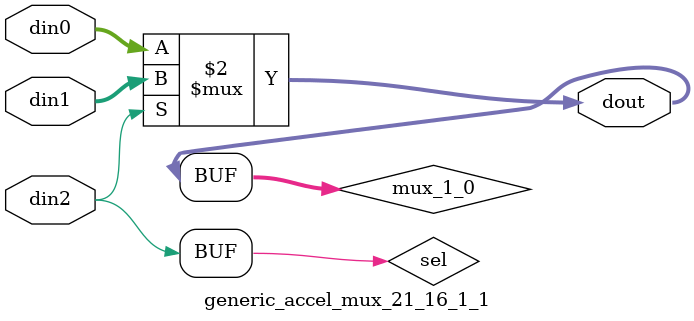
<source format=v>

`timescale 1ns/1ps

module generic_accel_mux_21_16_1_1 #(
parameter
    ID                = 0,
    NUM_STAGE         = 1,
    din0_WIDTH       = 32,
    din1_WIDTH       = 32,
    din2_WIDTH         = 32,
    dout_WIDTH            = 32
)(
    input  [15 : 0]     din0,
    input  [15 : 0]     din1,
    input  [0 : 0]    din2,
    output [15 : 0]   dout);

// puts internal signals
wire [0 : 0]     sel;
// level 1 signals
wire [15 : 0]         mux_1_0;

assign sel = din2;

// Generate level 1 logic
assign mux_1_0 = (sel[0] == 0)? din0 : din1;

// output logic
assign dout = mux_1_0;

endmodule

</source>
